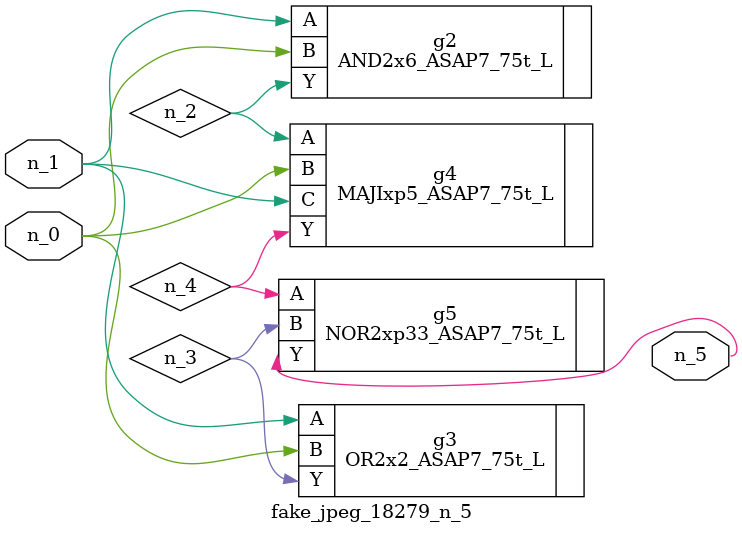
<source format=v>
module fake_jpeg_18279_n_5 (n_0, n_1, n_5);

input n_0;
input n_1;

output n_5;

wire n_3;
wire n_2;
wire n_4;

AND2x6_ASAP7_75t_L g2 ( 
.A(n_1),
.B(n_0),
.Y(n_2)
);

OR2x2_ASAP7_75t_L g3 ( 
.A(n_1),
.B(n_0),
.Y(n_3)
);

MAJIxp5_ASAP7_75t_L g4 ( 
.A(n_2),
.B(n_0),
.C(n_1),
.Y(n_4)
);

NOR2xp33_ASAP7_75t_L g5 ( 
.A(n_4),
.B(n_3),
.Y(n_5)
);


endmodule
</source>
